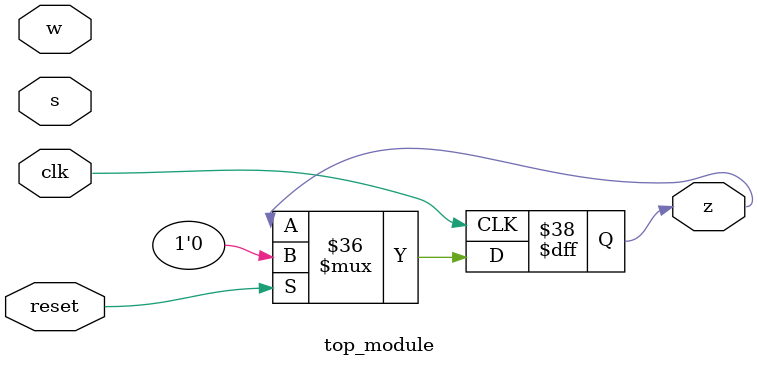
<source format=sv>
module top_module (
    input clk,
    input reset,
    input s,
    input w,
    output reg z
);

reg [2:0] state;
parameter A = 3'b000, B = 3'b001, C = 3'b010, S10 = 3'b011, S11 = 3'b100, S20 = 3'b101, S21 = 3'b110, S22 = 3'b111;

always @(posedge clk) begin
    if (reset) begin
        state <= A;
        z <= 0;
    end
    else begin
        case (state)
            A: begin
                if (s) begin
                    state <= B;
                end
                else begin
                    state <= A;
                end
            end
            B: begin
                if (w) begin
                    state <= S11;
                end
                else begin
                    state <= S10;
                end
            end
            C: begin
                if (w) begin
                    state <= S11;
                end
                else begin
                    state <= S10;
                end
            end
            S10: begin
                if (w) begin
                    state <= S21;
                end
                else begin
                    state <= S20;
                end
            end
            S11: begin
                if (w) begin
                    state <= S22;
                end
                else begin
                    state <= S21;
                end
            end
            S20: begin
                state <= B;
            end
            S21: begin
                if (w) begin
                    state <= C;
                end
                else begin
                    state <= B;
                end
            end
            S22: begin
                if (w) begin
                    state <= B;
                end
                else begin
                    state <= C;
                end
            end
        endcase
    end
end

endmodule

</source>
